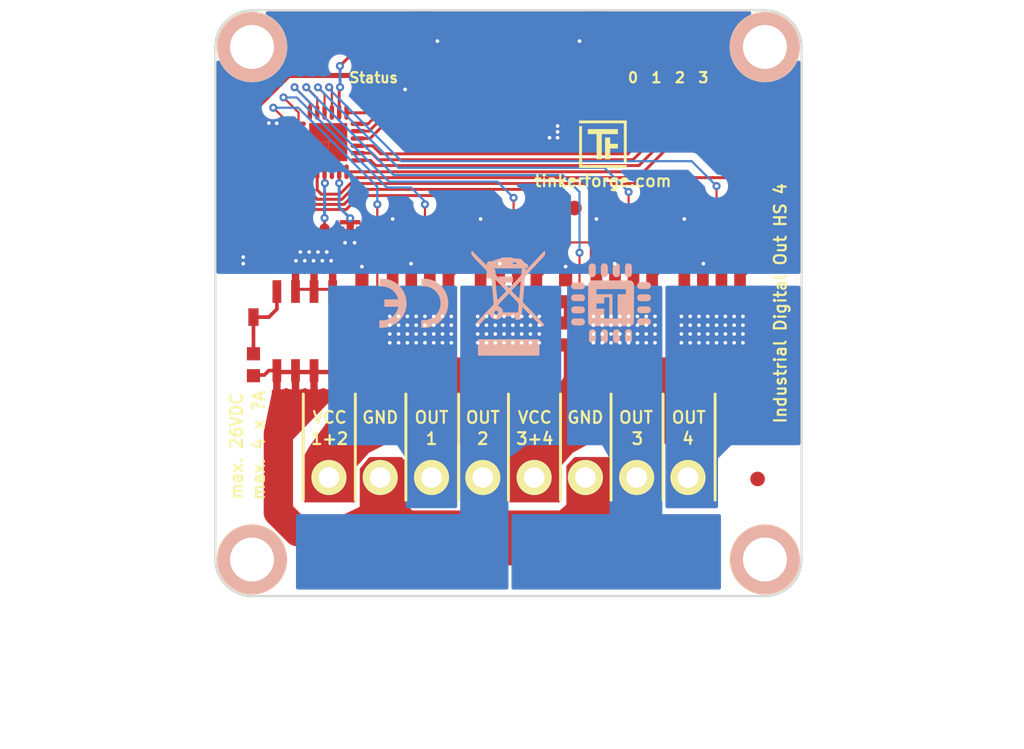
<source format=kicad_pcb>
(kicad_pcb (version 20221018) (generator pcbnew)
  (layers (0 "F.Cu" signal) (31 "B.Cu" signal) (34 "B.Paste" user) (35 "F.Paste" user) (36 "B.SilkS" user "B.Silkscreen") (37 "F.SilkS" user "F.Silkscreen") (38 "B.Mask" user) (39 "F.Mask" user) (44 "Edge.Cuts" user))
  (net 0 "")
  (net 1 "GND")
  (net 2 "3V3")
  (net 3 "Net-(C2-Pad1)")
  (net 4 "Net-(D1-Pad2)")
  (net 5 "Net-(D2-Pad2)")
  (net 6 "Net-(D3-Pad2)")
  (net 7 "Net-(D4-Pad2)")
  (net 8 "Net-(D5-Pad2)")
  (net 9 "Net-(D6-Pad2)")
  (net 10 "Net-(P1-Pad4)")
  (net 11 "Net-(P1-Pad5)")
  (net 12 "Net-(P1-Pad6)")
  (net 13 "Net-(P2-Pad2)")
  (net 14 "Net-(P2-Pad3)")
  (net 15 "Net-(P2-Pad4)")
  (net 16 "Net-(P2-Pad1)")
  (net 17 "Net-(P2-Pad5)")
  (net 18 "Net-(P2-Pad7)")
  (net 19 "Net-(P2-Pad8)")
  (net 20 "Net-(P3-Pad1)")
  (net 21 "Net-(P4-Pad2)")
  (net 22 "Net-(R1-Pad1)")
  (net 23 "Net-(R2-Pad1)")
  (net 24 "Net-(R3-Pad1)")
  (net 25 "Net-(R4-Pad1)")
  (net 26 "Net-(R5-Pad1)")
  (net 27 "VSense1")
  (net 28 "Net-(RP1-Pad7)")
  (net 29 "S-MISO")
  (net 30 "S-MOSI")
  (net 31 "S-CLK")
  (net 32 "S-CS")
  (net 33 "LED0")
  (net 34 "LED1")
  (net 35 "LED2")
  (net 36 "LED3")
  (net 37 "Net-(RP4-Pad7)")
  (net 38 "MSense3")
  (net 39 "OUT3")
  (net 40 "OUT2")
  (net 41 "MSense2")
  (net 42 "Net-(RP5-Pad7)")
  (net 43 "Net-(RP6-Pad7)")
  (net 44 "MSense1")
  (net 45 "OUT1")
  (net 46 "Net-(RP6-Pad5)")
  (net 47 "Net-(RP1-Pad5)")
  (net 48 "Net-(RP4-Pad5)")
  (net 49 "Net-(RP5-Pad5)")
  (net 50 "Net-(P1-Pad1)")
  (net 51 "VSense0")
  (net 52 "Net-(RP1-Pad3)")
  (net 53 "Net-(RP1-Pad6)")
  (net 54 "Net-(RP4-Pad6)")
  (net 55 "Net-(RP4-Pad3)")
  (net 56 "Net-(RP5-Pad3)")
  (net 57 "Net-(RP5-Pad6)")
  (net 58 "Net-(RP6-Pad6)")
  (net 59 "OUT0")
  (net 60 "Net-(RP6-Pad3)")
  (net 61 "MSense0")
  (net 62 "Net-(U1-Pad16)")
  (footprint "kicad-libraries:C0603F" (layer "F.Cu") (at 139.85 81.15)
    (fp_text reference "C1")
    (fp_text value "100nF")
  )
  (footprint "kicad-libraries:C0402F" (layer "F.Cu") (at 132.1 78.4 180)
    (fp_text reference "C2")
    (fp_text value "220pF")
  )
  (footprint "kicad-libraries:C0603F" (layer "F.Cu") (at 121.9 82.15 90)
    (fp_text reference "C4")
    (fp_text value "100nF")
  )
  (footprint "kicad-libraries:D0603F" (layer "F.Cu") (at 129.5 75.5 90)
    (fp_text reference "D1")
    (fp_text value "blue")
  )
  (footprint "kicad-libraries:D0603F" (layer "F.Cu") (at 148.1 75.5 -90)
    (fp_text reference "D3")
    (fp_text value "blue")
  )
  (footprint "kicad-libraries:D0603F" (layer "F.Cu") (at 149.7 75.5 -90)
    (fp_text reference "D4")
    (fp_text value "blue")
  )
  (footprint "kicad-libraries:SOD-123" (layer "F.Cu") (at 120.6 92.1 -90)
    (fp_text reference "D6")
    (fp_text value "Z12V")
  )
  (footprint "kicad-libraries:CON-SENSOR2" (layer "F.Cu") (at 138 73 180)
    (fp_text reference "P1")
    (fp_text value "CON-SENSOR")
  )
  (footprint "kicad-libraries:DEBUG_PAD" (layer "F.Cu") (at 125.45 87.9)
    (fp_text reference "P3")
    (fp_text value "Debug")
  )
  (footprint "kicad-libraries:SolderJumper" (layer "F.Cu") (at 127.2 88.020001 90)
    (fp_text reference "P4")
    (fp_text value "Boot")
  )
  (footprint "kicad-libraries:R0603F" (layer "F.Cu") (at 150 88.85 90)
    (fp_text reference "R1")
    (fp_text value "1k")
  )
  (footprint "kicad-libraries:R0603F" (layer "F.Cu") (at 144 88.85 90)
    (fp_text reference "R2")
    (fp_text value "1k")
  )
  (footprint "kicad-libraries:R0603F" (layer "F.Cu") (at 136.1 88.85 90)
    (fp_text reference "R3")
    (fp_text value "1k")
  )
  (footprint "kicad-libraries:R0603F" (layer "F.Cu") (at 130.1 88.85 90)
    (fp_text reference "R4")
    (fp_text value "1k")
  )
  (footprint "kicad-libraries:R0603F" (layer "F.Cu") (at 128.1 75.5 90)
    (fp_text reference "R5")
    (fp_text value "1k")
  )
  (footprint "kicad-libraries:R0603F" (layer "F.Cu") (at 141.9 95.1 90)
    (fp_text reference "R6")
    (fp_text value "10k")
  )
  (footprint "kicad-libraries:R0603F" (layer "F.Cu") (at 141.9 92.15 90)
    (fp_text reference "R7")
    (fp_text value "1k")
  )
  (footprint "kicad-libraries:R0603F" (layer "F.Cu") (at 128 95.1 90)
    (fp_text reference "R8")
    (fp_text value "10k")
  )
  (footprint "kicad-libraries:R0603F" (layer "F.Cu") (at 128 92.15 90)
    (fp_text reference "R9")
    (fp_text value "1k")
  )
  (footprint "kicad-libraries:R0603F" (layer "F.Cu") (at 120.6 97.2 90)
    (fp_text reference "R10")
    (fp_text value "100k")
  )
  (footprint "kicad-libraries:4X0603" (layer "F.Cu") (at 153.4 88.75)
    (fp_text reference "RP1")
    (fp_text value "10k")
  )
  (footprint "kicad-libraries:4X0402" (layer "F.Cu") (at 132.1 80.1 90)
    (fp_text reference "RP2")
    (fp_text value "82")
  )
  (footprint "kicad-libraries:4X0603" (layer "F.Cu") (at 147.4 88.75)
    (fp_text reference "RP4")
    (fp_text value "10k")
  )
  (footprint "kicad-libraries:4X0603" (layer "F.Cu") (at 139.55 88.75)
    (fp_text reference "RP5")
    (fp_text value "10k")
  )
  (footprint "kicad-libraries:4X0603" (layer "F.Cu") (at 133.5 88.75)
    (fp_text reference "RP6")
    (fp_text value "10k")
  )
  (footprint "kicad-libraries:QFN24-4x4mm-0.5mm" (layer "F.Cu") (at 125.7 82 -90)
    (fp_text reference "U1")
    (fp_text value "XMC1100")
  )
  (footprint "kicad-libraries:DRILL_NP" (layer "F.Cu") (at 155.5 75.5)
    (fp_text reference "U6" hide)
    (fp_text value "DRILL" hide)
  )
  (footprint "kicad-libraries:DRILL_NP" (layer "F.Cu") (at 155.5 110.5)
    (fp_text reference "U7" hide)
    (fp_text value "DRILL" hide)
  )
  (footprint "kicad-libraries:DRILL_NP" (layer "F.Cu") (at 120.5 110.5)
    (fp_text reference "U9" hide)
    (fp_text value "DRILL" hide)
  )
  (footprint "kicad-libraries:SOIC-8-MOSFET" (layer "F.Cu") (at 124.1 94.9 180)
    (fp_text reference "Q1")
    (fp_text value "FDS8449")
  )
  (footprint "kicad-libraries:SO-8" (layer "F.Cu") (at 138 94.9 180)
    (fp_text reference "U4")
    (fp_text value "VN7140AS")
  )
  (footprint "kicad-libraries:SO-8" (layer "F.Cu") (at 151.9 94.9 180)
    (fp_text reference "U2")
    (fp_text value "VN7140AS")
  )
  (footprint "kicad-libraries:SO-8" (layer "F.Cu") (at 145.9 94.9 180)
    (fp_text reference "U3")
    (fp_text value "VN7140AS")
  )
  (footprint "kicad-libraries:0603X4" (layer "F.Cu") (at 148.9 79.7 180)
    (fp_text reference "RP3")
    (fp_text value "1k")
  )
  (footprint "kicad-libraries:C0805" (layer "F.Cu") (at 139.9 79.55)
    (fp_text reference "C3")
    (fp_text value "10uF")
  )
  (footprint "kicad-libraries:SO-8" (layer "F.Cu") (at 132 94.9 180)
    (fp_text reference "U5")
    (fp_text value "VN7140AS")
  )
  (footprint "kicad-libraries:OQ_8P" (layer "F.Cu") (at 138 104.9)
    (fp_text reference "P2")
    (fp_text value "Digital Output")
  )
  (footprint "kicad-libraries:D0603F" (layer "F.Cu") (at 146.5 75.5 -90)
    (fp_text reference "D2")
    (fp_text value "blue")
  )
  (footprint "kicad-libraries:D0603F" (layer "F.Cu") (at 151.3 75.5 -90)
    (fp_text reference "D5")
    (fp_text value "blue")
  )
  (footprint "kicad-libraries:Logo_31x31" (layer "F.Cu") (at 144.45 82.15)
    (fp_text reference "G***" hide)
    (fp_text value "LOGO" hide)
  )
  (footprint "kicad-libraries:DRILL_NP" (layer "F.Cu") (at 120.5 75.5)
    (fp_text reference "U8" hide)
    (fp_text value "DRILL" hide)
  )
  (footprint "kicad-libraries:Fiducial_Mark" (layer "F.Cu") (at 155 81)
    (fp_text reference "Fiducial_Mark" hide)
    (fp_text value "VAL**" hide)
  )
  (footprint "kicad-libraries:Fiducial_Mark" (layer "F.Cu") (at 120 87)
    (fp_text reference "Fiducial_Mark" hide)
    (fp_text value "VAL**" hide)
  )
  (footprint "kicad-libraries:Fiducial_Mark" (layer "F.Cu") (at 155 105)
    (fp_text reference "Fiducial_Mark" hide)
    (fp_text value "VAL**" hide)
  )
  (footprint "kicad-libraries:Fiducial_Mark" (layer "F.Cu") (at 142.5 86.5)
    (fp_text reference "Fiducial_Mark" hide)
    (fp_text value "VAL**" hide)
  )
  (footprint "kicad-libraries:Fiducial_Mark" (layer "F.Cu") (at 125.5 111)
    (fp_text reference "Fiducial_Mark" hide)
    (fp_text value "VAL**" hide)
  )
  (footprint "kicad-libraries:WEEE_7mm" (layer "B.Cu") (at 138 93 180)
    (fp_text reference "VAL" hide)
    (fp_text value "WEEE_7mm" hide)
  )
  (footprint "kicad-libraries:Logo_CoMCU" (layer "B.Cu") (at 145 93 180)
    (fp_text reference "G***" hide)
    (fp_text value "LOGO" hide)
  )
  (footprint "kicad-libraries:CE_5mm" (layer "B.Cu") (at 131.5 93 180)
    (fp_text reference "VAL" hide)
    (fp_text value "CE_5mm" hide)
  )
  (gr_line (start 138 106.45) (end 138 99.2) (stroke (width 0.2)) (layer "F.SilkS"))
  (gr_line (start 134.6 106.45) (end 134.6 99.2) (stroke (width 0.2)) (layer "F.SilkS"))
  (gr_line (start 127.55 106.45) (end 127.55 99.2) (stroke (width 0.2)) (layer "F.SilkS"))
  (gr_line (start 145 106.45) (end 145 99.2) (stroke (width 0.2)) (layer "F.SilkS"))
  (gr_line (start 141.55 106.45) (end 141.55 99.2) (stroke (width 0.2)) (layer "F.SilkS"))
  (gr_line (start 124 106.45) (end 124 99.2) (stroke (width 0.2)) (layer "F.SilkS"))
  (gr_line (start 152.1 106.45) (end 152.1 99.2) (stroke (width 0.2)) (layer "F.SilkS"))
  (gr_line (start 131 106.45) (end 131 99.2) (stroke (width 0.2)) (layer "F.SilkS"))
  (gr_line (start 148.55 106.45) (end 148.55 99.2) (stroke (width 0.2)) (layer "F.SilkS"))
  (gr_arc (start 158 110.5) (mid 157.267767 112.267767) (end 155.5 113) (stroke (width 0.15)) (layer "Edge.Cuts"))
  (gr_line (start 120.5 73) (end 155.5 73) (stroke (width 0.15)) (layer "Edge.Cuts"))
  (gr_line (start 158 75.5) (end 158 110.5) (stroke (width 0.15)) (layer "Edge.Cuts"))
  (gr_line (start 118 110.5) (end 118 75.5) (stroke (width 0.15)) (layer "Edge.Cuts"))
  (gr_line (start 155.5 113) (end 120.5 113) (stroke (width 0.15)) (layer "Edge.Cuts"))
  (gr_arc (start 118 75.5) (mid 118.732233 73.732233) (end 120.5 73) (stroke (width 0.15)) (layer "Edge.Cuts"))
  (gr_arc (start 155.5 73) (mid 157.267767 73.732233) (end 158 75.5) (stroke (width 0.15)) (layer "Edge.Cuts"))
  (gr_arc (start 120.5 113) (mid 118.732233 112.267767) (end 118 110.5) (stroke (width 0.15)) (layer "Edge.Cuts"))
  (gr_text "1" (at 132.75 102.25) (layer "F.SilkS") (effects (font (size 0.8 0.8))))
  (gr_text "Industrial Digital Out HS 4" (at 156.55 93 90) (layer "F.SilkS") (effects (font (size 0.8 0.8))))
  (gr_text "1" (at 148.1 77.6) (layer "F.SilkS") (effects (font (size 0.7 0.7))))
  (gr_text "OUT" (at 132.75 100.8) (layer "F.SilkS") (effects (font (size 0.8 0.8))))
  (gr_text "VCC" (at 139.8 100.8) (layer "F.SilkS") (effects (font (size 0.8 0.8))))
  (gr_text "1+2" (at 125.8 102.25) (layer "F.SilkS") (effects (font (size 0.8 0.8))))
  (gr_text "0" (at 146.5 77.6) (layer "F.SilkS") (effects (font (size 0.7 0.7))))
  (gr_text "OUT" (at 136.25 100.8) (layer "F.SilkS") (effects (font (size 0.8 0.8))))
  (gr_text "max. 26VDC" (at 119.45 102.75 90) (layer "F.SilkS") (effects (font (size 0.8 0.8))))
  (gr_text "3+4" (at 139.8 102.25) (layer "F.SilkS") (effects (font (size 0.8 0.8))))
  (gr_text "4" (at 150.25 102.25) (layer "F.SilkS") (effects (font (size 0.8 0.8))))
  (gr_text "3" (at 151.3 77.6) (layer "F.SilkS") (effects (font (size 0.7 0.7))))
  (gr_text "tinkerforge.com" (at 144.45 84.65) (layer "F.SilkS") (effects (font (size 0.8 0.8))))
  (gr_text "Status" (at 128.8 77.6) (layer "F.SilkS") (effects (font (size 0.7 0.7))))
  (gr_text "3" (at 146.8 102.25) (layer "F.SilkS") (effects (font (size 0.8 0.8))))
  (gr_text "2" (at 136.25 102.25) (layer "F.SilkS") (effects (font (size 0.8 0.8))))
  (gr_text "max. 4 x ?A " (at 120.95 102.4 90) (layer "F.SilkS") (effects (font (size 0.8 0.8))))
  (gr_text "OUT" (at 150.3 100.8) (layer "F.SilkS") (effects (font (size 0.8 0.8))))
  (gr_text "GND" (at 129.25 100.8) (layer "F.SilkS") (effects (font (size 0.8 0.8))))
  (gr_text "OUT" (at 146.7 100.8) (layer "F.SilkS") (effects (font (size 0.8 0.8))))
  (gr_text "VCC\n" (at 125.8 100.8) (layer "F.SilkS") (effects (font (size 0.8 0.8))))
  (gr_text "GND" (at 143.25 100.8) (layer "F.SilkS") (effects (font (size 0.8 0.8))))
  (gr_text "2" (at 149.7 77.6) (layer "F.SilkS") (effects (font (size 0.7 0.7))))
  (segment (start 126.804998 88.67) (end 126.804998 88.67) (width 0.15) (layer "F.Cu") (net 1))
  (segment (start 137.36754 92.03234) (end 137.36754 90.332466) (width 0.5) (layer "F.Cu") (net 1))
  (segment (start 125.05 81.4) (end 126.35 81.4) (width 0.25) (layer "F.Cu") (net 1))
  (segment (start 127.7 88.27) (end 127.774999 88.344999) (width 0.15) (layer "F.Cu") (net 1))
  (segment (start 120.3 90) (end 120.05 90) (width 0.3) (layer "F.Cu") (net 1))
  (segment (start 140.95 79.65) (end 140.95 81.2) (width 0.5) (layer "F.Cu") (net 1))
  (segment (start 127.495002 88.67) (end 127.495002 88.67) (width 0.15) (layer "F.Cu") (net 1))
  (segment (start 140.5 77.8) (end 140.6 77.9) (width 0.5) (layer "F.Cu") (net 1))
  (segment (start 120.5 90.10088) (end 120.30088 90.3) (width 0.3) (layer "F.Cu") (net 1))
  (segment (start 126.6 88.345) (end 126.575001 88.369999) (width 0.15) (layer "F.Cu") (net 1))
  (segment (start 127.499994 88.87) (end 127.5 88.869994) (width 0.15) (layer "F.Cu") (net 1))
  (segment (start 140.95 79.45) (end 140.95 79.65) (width 0.5) (layer "F.Cu") (net 1))
  (segment (start 126.575001 88.595001) (end 126.85 88.87) (width 0.15) (layer "F.Cu") (net 1))
  (segment (start 120.05 90) (end 119.9 89.85) (width 0.3) (layer "F.Cu") (net 1))
  (segment (start 122.3 81.75) (end 123.7 81.75) (width 0.25) (layer "F.Cu") (net 1))
  (segment (start 132.1 74.2) (end 132.1 74.65) (width 0.2) (layer "F.Cu") (net 1))
  (segment (start 126.35 81.4) (end 126.35 82.7) (width 0.25) (layer "F.Cu") (net 1))
  (segment (start 140.5 79) (end 140.95 79.45) (width 0.5) (layer "F.Cu") (net 1))
  (segment (start 124.7 81.75) (end 125.05 81.4) (width 0.25) (layer "F.Cu") (net 1))
  (segment (start 127.670001 88.445002) (end 127.75 88.365003) (width 0.15) (layer "F.Cu") (net 1))
  (segment (start 144 88.1) (end 144 87.25) (width 0.3) (layer "F.Cu") (net 1))
  (segment (start 126.729999 88.445002) (end 127.670001 88.445002) (width 0.15) (layer "F.Cu") (net 1))
  (segment (start 120.30088 90.3) (end 120.288908 90.3) (width 0.3) (layer "F.Cu") (net 1))
  (segment (start 140.95 81.2) (end 140.9 81.25) (width 0.5) (layer "F.Cu") (net 1))
  (segment (start 140.8 81.261073) (end 140.8 81.649981) (width 0.3) (layer "F.Cu") (net 1))
  (segment (start 150 88.1) (end 150 87.25) (width 0.3) (layer "F.Cu") (net 1))
  (segment (start 140.55 77.65) (end 140.6 77.7) (width 0.5) (layer "F.Cu") (net 1))
  (segment (start 121.9 81.4) (end 121.65 81.15) (width 0.25) (layer "F.Cu") (net 1))
  (segment (start 121.9 80.95) (end 121.95 80.95) (width 0.25) (layer "F.Cu") (net 1))
  (segment (start 130.1 88.1) (end 130.1 87.25) (width 0.3) (layer "F.Cu") (net 1))
  (segment (start 120.40088 90.10088) (end 120.3 90) (width 0.3) (layer "F.Cu") (net 1))
  (segment (start 145.26754 90.31754) (end 145.25 90.3) (width 0.5) (layer "F.Cu") (net 1))
  (segment (start 151.26754 90.332462) (end 151.300002 90.3) (width 0.5) (layer "F.Cu") (net 1))
  (segment (start 127.774999 88.344999) (end 127.774999 88.594995) (width 0.15) (layer "F.Cu") (net 1))
  (segment (start 120.5 90.10088) (end 120.40088 90.10088) (width 0.3) (layer "F.Cu") (net 1))
  (segment (start 126.575001 88.369999) (end 126.575001 88.595001) (width 0.15) (layer "F.Cu") (net 1))
  (segment (start 126.3 82.65) (end 125.05 82.65) (width 0.25) (layer "F.Cu") (net 1))
  (segment (start 143.9 74.95) (end 143.75 75.1) (width 0.2) (layer "F.Cu") (net 1))
  (segment (start 131.36754 92.03234) (end 131.36754 90.31755) (width 0.5) (layer "F.Cu") (net 1))
  (segment (start 126.65 88.365003) (end 126.729999 88.445002) (width 0.15) (layer "F.Cu") (net 1))
  (segment (start 123.675 81.75) (end 124.7 81.75) (width 0.25) (layer "F.Cu") (net 1))
  (segment (start 121.95 81.4) (end 122.3 81.75) (width 0.25) (layer "F.Cu") (net 1))
  (segment (start 140.688927 81.15) (end 140.8 81.261073) (width 0.3) (layer "F.Cu") (net 1))
  (segment (start 151.26754 92.03234) (end 151.26754 90.332462) (width 0.5) (layer "F.Cu") (net 1))
  (segment (start 140.5 77.6) (end 140.5 79) (width 0.5) (layer "F.Cu") (net 1))
  (segment (start 145.26754 92.03234) (end 145.26754 90.31754) (width 0.5) (layer "F.Cu") (net 1))
  (segment (start 126.35 82.7) (end 126.3 82.65) (width 0.25) (layer "F.Cu") (net 1))
  (segment (start 121.95 80.95) (end 122.05 80.85) (width 0.25) (layer "F.Cu") (net 1))
  (segment (start 131.36754 90.31755) (end 131.34999 90.3) (width 0.5) (layer "F.Cu") (net 1))
  (segment (start 127.774999 88.594995) (end 127.5 88.869994) (width 0.15) (layer "F.Cu") (net 1))
  (segment (start 121.65 81.15) (end 121.65 81.088908) (width 0.25) (layer "F.Cu") (net 1))
  (segment (start 126.85 88.87) (end 127.499994 88.87) (width 0.15) (layer "F.Cu") (net 1))
  (segment (start 128 91.4) (end 128 90.55) (width 0.25) (layer "F.Cu") (net 1))
  (segment (start 132.55 75.1) (end 133.15 75.1) (width 0.2) (layer "F.Cu") (net 1))
  (segment (start 131.6 78.4) (end 130.95 78.4) (width 0.25) (layer "F.Cu") (net 1))
  (segment (start 121.65 81.088908) (end 121.65 80.7) (width 0.25) (layer "F.Cu") (net 1))
  (segment (start 122.05 80.85) (end 122.186084 80.713916) (width 0.25) (layer "F.Cu") (net 1))
  (segment (start 121.9 81.4) (end 121.95 81.4) (width 0.25) (layer "F.Cu") (net 1))
  (segment (start 120.288908 90.3) (end 119.9 90.3) (width 0.3) (layer "F.Cu") (net 1))
  (segment (start 143.9 74.2) (end 143.9 74.95) (width 0.2) (layer "F.Cu") (net 1))
  (segment (start 136.1 88.1) (end 136.1 87.25) (width 0.3) (layer "F.Cu") (net 1))
  (segment (start 132.1 74.65) (end 132.55 75.1) (width 0.2) (layer "F.Cu") (net 1))
  (segment (start 143.75 75.1) (end 142.85 75.1) (width 0.2) (layer "F.Cu") (net 1))
  (segment (start 140.5 77.6) (end 140.5 77.8) (width 0.5) (layer "F.Cu") (net 1))
  (segment (start 140.6 81.15) (end 140.688927 81.15) (width 0.3) (layer "F.Cu") (net 1))
  (segment (start 127.75 88.365003) (end 127.75 88.02) (width 0.15) (layer "F.Cu") (net 1))
  (segment (start 126.65 88.245001) (end 126.65 88.365003) (width 0.15) (layer "F.Cu") (net 1))
  (segment (start 141.9 91.4) (end 141.9 90.5) (width 0.25) (layer "F.Cu") (net 1))
  (segment (start 137.36754 90.332466) (end 137.4 90.300006) (width 0.5) (layer "F.Cu") (net 1))
  (via (at 125 89.5) (size 0.55) (drill 0.25) (layers "F.Cu" "B.Cu") (net 1))
  (via (at 124.4 89.5) (size 0.55) (drill 0.25) (layers "F.Cu" "B.Cu") (net 1))
  (via (at 141.35 81.70099) (size 0.55) (drill 0.25) (layers "F.Cu" "B.Cu") (net 1))
  (via (at 141.35 81.3) (size 0.55) (drill 0.25) (layers "F.Cu" "B.Cu") (net 1))
  (via (at 133.15 75.1) (size 0.55) (drill 0.25) (layers "F.Cu" "B.Cu") (net 1))
  (via (at 122.186084 80.713916) (size 0.55) (drill 0.25) (layers "F.Cu" "B.Cu") (net 1))
  (via (at 125.3 90.1) (size 0.55) (drill 0.25) (layers "F.Cu" "B.Cu") (net 1))
  (via (at 141.9 90.5) (size 0.55) (drill 0.25) (layers "F.Cu" "B.Cu") (net 1))
  (via (at 125.9 90.1) (size 0.55) (drill 0.25) (layers "F.Cu" "B.Cu") (net 1))
  (via (at 123.8 89.5) (size 0.55) (drill 0.25) (layers "F.Cu" "B.Cu") (net 1))
  (via (at 121.65 80.7) (size 0.55) (drill 0.25) (layers "F.Cu" "B.Cu") (net 1))
  (via (at 151.300002 90.3) (size 0.55) (drill 0.25) (layers "F.Cu" "B.Cu") (net 1))
  (via (at 131.34999 90.3) (size 0.55) (drill 0.25) (layers "F.Cu" "B.Cu") (net 1))
  (via (at 142.85 75.1) (size 0.55) (drill 0.25) (layers "F.Cu" "B.Cu") (net 1))
  (via (at 127.5 88.869994) (size 0.55) (drill 0.25) (layers "F.Cu" "B.Cu") (net 1))
  (via (at 130.95 78.4) (size 0.55) (drill 0.25) (layers "F.Cu" "B.Cu") (net 1))
  (via (at 119.9 90.3) (size 0.55) (drill 0.25) (layers "F.Cu" "B.Cu") (net 1))
  (via (at 140.8 81.70099) (size 0.55) (drill 0.25) (layers "F.Cu" "B.Cu") (net 1))
  (via (at 119.9 89.85) (size 0.55) (drill 0.25) (layers "F.Cu" "B.Cu") (net 1))
  (via (at 136.1 87.25) (size 0.55) (drill 0.25) (layers "F.Cu" "B.Cu") (net 1))
  (via (at 145.25 90.3) (size 0.55) (drill 0.25) (layers "F.Cu" "B.Cu") (net 1))
  (via (at 125.6 89.5) (size 0.55) (drill 0.25) (layers "F.Cu" "B.Cu") (net 1))
  (via (at 137.4 90.300006) (size 0.55) (drill 0.25) (layers "F.Cu" "B.Cu") (net 1))
  (via (at 128 90.5) (size 0.55) (drill 0.25) (layers "F.Cu" "B.Cu") (net 1))
  (via (at 141.35 80.9) (size 0.55) (drill 0.25) (layers "F.Cu" "B.Cu") (net 1))
  (via (at 144 87.25) (size 0.55) (drill 0.25) (layers "F.Cu" "B.Cu") (net 1))
  (via (at 124.7 90.1) (size 0.55) (drill 0.25) (layers "F.Cu" "B.Cu") (net 1))
  (via (at 126.85 88.87) (size 0.55) (drill 0.25) (layers "F.Cu" "B.Cu") (net 1))
  (via (at 130.1 87.25) (size 0.55) (drill 0.25) (layers "F.Cu" "B.Cu") (net 1))
  (via (at 124.1 90.1) (size 0.55) (drill 0.25) (layers "F.Cu" "B.Cu") (net 1))
  (via (at 150 87.25) (size 0.55) (drill 0.25) (layers "F.Cu" "B.Cu") (net 1))
  (via (at 123.5 90.1) (size 0.55) (drill 0.25) (layers "F.Cu" "B.Cu") (net 1))
  (segment (start 145.05 79.65) (end 145.05 77.4) (width 0.35) (layer "F.Cu") (net 2))
  (segment (start 129.5 76.25) (end 129.5 77.05) (width 0.35) (layer "F.Cu") (net 2))
  (segment (start 145.05 77.45) (end 143.65 76.05) (width 0.35) (layer "F.Cu") (net 2))
  (segment (start 139.25 79) (end 138.85 79.4) (width 0.5) (layer "F.Cu") (net 2))
  (segment (start 129.7 76.05) (end 129.5 76.25) (width 0.3) (layer "F.Cu") (net 2))
  (segment (start 143.65 76.05) (end 129.7 76.05) (width 0.35) (layer "F.Cu") (net 2))
  (segment (start 153 88.5) (end 153 87.9) (width 0.25) (layer "F.Cu") (net 2))
  (segment (start 139.5 88.85) (end 139.15 88.5) (width 0.15) (layer "F.Cu") (net 2))
  (segment (start 145.05 75.45) (end 145.75 74.75) (width 0.3) (layer "F.Cu") (net 2))
  (segment (start 139.25 77.6) (end 139.25 79) (width 0.5) (layer "F.Cu") (net 2))
  (segment (start 145.75 74.75) (end 146.5 74.75) (width 0.3) (layer "F.Cu") (net 2))
  (segment (start 139.1 81.9) (end 139.5 82.3) (width 0.35) (layer "F.Cu") (net 2))
  (segment (start 122.55 82.25) (end 123.7 82.25) (width 0.25) (layer "F.Cu") (net 2))
  (segment (start 139.5 82.3) (end 142.4 82.3) (width 0.35) (layer "F.Cu") (net 2))
  (segment (start 153.00122 88.44868) (end 152.5999 88.85) (width 0.15) (layer "F.Cu") (net 2))
  (segment (start 153.25 88.75) (end 153 88.5) (width 0.25) (layer "F.Cu") (net 2))
  (segment (start 139.15122 87.8991) (end 139.15122 88.49878) (width 0.15) (layer "F.Cu") (net 2))
  (segment (start 139.15 88.5) (end 138.8 88.85) (width 0.15) (layer "F.Cu") (net 2))
  (segment (start 147.35 88.85) (end 147 88.5) (width 0.15) (layer "F.Cu") (net 2))
  (segment (start 120.6 79.85) (end 120.6 82.4) (width 0.35) (layer "F.Cu") (net 2))
  (segment (start 155.3 88.457352) (end 155.007352 88.75) (width 0.25) (layer "F.Cu") (net 2))
  (segment (start 152.5999 88.85) (end 147.35 88.85) (width 0.15) (layer "F.Cu") (net 2))
  (segment (start 121.1 82.9) (end 121.9 82.9) (width 0.35) (layer "F.Cu") (net 2))
  (segment (start 139.1 79.65) (end 139.1 81.25) (width 0.5) (layer "F.Cu") (net 2))
  (segment (start 152.8 75.6) (end 152.8 83.648946) (width 0.25) (layer "F.Cu") (net 2))
  (segment (start 147.00122 87.8991) (end 147.00122 88.49878) (width 0.15) (layer "F.Cu") (net 2))
  (segment (start 151.95 74.75) (end 152.8 75.6) (width 0.25) (layer "F.Cu") (net 2))
  (segment (start 145.05 77.85) (end 145.05 75.45) (width 0.3) (layer "F.Cu") (net 2))
  (segment (start 147 88.5) (end 146.65 88.85) (width 0.15) (layer "F.Cu") (net 2))
  (segment (start 133.4 88.85) (end 133.1 88.55) (width 0.15) (layer "F.Cu") (net 2))
  (segment (start 153.00122 87.8991) (end 153.00122 88.44868) (width 0.15) (layer "F.Cu") (net 2))
  (segment (start 155.3 86.148946) (end 155.3 88.457352) (width 0.25) (layer "F.Cu") (net 2))
  (segment (start 138.85 79.4) (end 139.1 79.65) (width 0.5) (layer "F.Cu") (net 2))
  (segment (start 121.9 82.9) (end 122.55 82.25) (width 0.25) (layer "F.Cu") (net 2))
  (segment (start 122.999999 77.450001) (end 120.6 79.85) (width 0.35) (layer "F.Cu") (net 2))
  (segment (start 138.8 88.85) (end 133.4 88.85) (width 0.15) (layer "F.Cu") (net 2))
  (segment (start 151.3 74.75) (end 151.95 74.75) (width 0.25) (layer "F.Cu") (net 2))
  (segment (start 155.007352 88.75) (end 153.25 88.75) (width 0.25) (layer "F.Cu") (net 2))
  (segment (start 146.5 74.75) (end 151.3 74.75) (width 0.3) (layer "F.Cu") (net 2))
  (segment (start 129.5 77.05) (end 129.099999 77.450001) (width 0.35) (layer "F.Cu") (net 2))
  (segment (start 152.8 83.648946) (end 155.3 86.148946) (width 0.25) (layer "F.Cu") (net 2))
  (segment (start 139.15122 88.49878) (end 139.15 88.5) (width 0.15) (layer "F.Cu") (net 2))
  (segment (start 120.6 82.4) (end 121.1 82.9) (width 0.35) (layer "F.Cu") (net 2))
  (segment (start 146.65 88.85) (end 139.5 88.85) (width 0.15) (layer "F.Cu") (net 2))
  (segment (start 139.1 81.15) (end 139.1 81.9) (width 0.35) (layer "F.Cu") (net 2))
  (segment (start 142.4 82.3) (end 145.05 79.65) (width 0.35) (layer "F.Cu") (net 2))
  (segment (start 133.1 88.55) (end 133.1 87.85) (width 0.15) (layer "F.Cu") (net 2))
  (segment (start 129.099999 77.450001) (end 122.999999 77.450001) (width 0.35) (layer "F.Cu") (net 2))
  (segment (start 132.6 78.95) (end 132.6 79.3) (width 0.2) (layer "F.Cu") (net 3))
  (segment (start 134.25 77.6) (end 134.25 78.65) (width 0.2) (layer "F.Cu") (net 3))
  (segment (start 134.25 78.65) (end 133.55 79.35) (width 0.2) (layer "F.Cu") (net 3))
  (segment (start 133.55 79.35) (end 132.7 79.35) (width 0.2) (layer "F.Cu") (net 3))
  (segment (start 132.6 78.4) (end 132.6 78.95) (width 0.2) (layer "F.Cu") (net 3))
  (segment (start 129.5 74.75) (end 128.15 74.75) (width 0.25) (layer "F.Cu") (net 4))
  (segment (start 147.27633 78.8491) (end 146.5 78.07277) (width 0.2) (layer "F.Cu") (net 5))
  (segment (start 146.5 78.07277) (end 146.5 76.15) (width 0.2) (layer "F.Cu") (net 5))
  (segment (start 147.70112 78.8491) (end 147.27633 78.8491) (width 0.2) (layer "F.Cu") (net 5))
  (segment (start 148.50122 78.8491) (end 148.5 78.84788) (width 0.2) (layer "F.Cu") (net 6))
  (segment (start 148.5 78.84788) (end 148.5 77.65) (width 0.2) (layer "F.Cu") (net 6))
  (segment (start 148.5 77.65) (end 148.1 77.25) (width 0.2) (layer "F.Cu") (net 6))
  (segment (start 148.1 77.25) (end 148.1 76.15) (width 0.2) (layer "F.Cu") (net 6))
  (segment (start 149.7 77.25) (end 149.7 76.15) (width 0.2) (layer "F.Cu") (net 7))
  (segment (start 149.29878 78.8491) (end 149.29878 77.65122) (width 0.2) (layer "F.Cu") (net 7))
  (segment (start 149.29878 77.65122) (end 149.7 77.25) (width 0.2) (layer "F.Cu") (net 7))
  (segment (start 150.55 78.85) (end 150.1 78.85) (width 0.2) (layer "F.Cu") (net 8))
  (segment (start 151.3 78.1) (end 150.55 78.85) (width 0.2) (layer "F.Cu") (net 8))
  (segment (start 151.3 76.25) (end 151.3 78.1) (width 0.2) (layer "F.Cu") (net 8))
  (segment (start 120.6 95.75) (end 120.6 93.9) (width 0.25) (layer "F.Cu") (net 9))
  (segment (start 122.2 93.4) (end 122.2 92.1) (width 0.25) (layer "F.Cu") (net 9))
  (segment (start 121.65088 93.94912) (end 122.2 93.4) (width 0.25) (layer "F.Cu") (net 9))
  (segment (start 120.6 96.45) (end 120.6 95.75) (width 0.25) (layer "F.Cu") (net 9))
  (segment (start 120.6 93.94912) (end 121.65088 93.94912) (width 0.25) (layer "F.Cu") (net 9))
  (segment (start 135.8 80.85) (end 132.65 80.85) (width 0.2) (layer "F.Cu") (net 10))
  (segment (start 138 77.6) (end 138 78.65) (width 0.2) (layer "F.Cu") (net 10))
  (segment (start 138 78.65) (end 135.8 80.85) (width 0.2) (layer "F.Cu") (net 10))
  (segment (start 135.05 80.35) (end 132.65 80.35) (width 0.2) (layer "F.Cu") (net 11))
  (segment (start 136.75 78.65) (end 135.05 80.35) (width 0.2) (layer "F.Cu") (net 11))
  (segment (start 136.75 77.6) (end 136.75 78.65) (width 0.2) (layer "F.Cu") (net 11))
  (segment (start 135.5 77.6) (end 135.5 78.7) (width 0.2) (layer "F.Cu") (net 12))
  (segment (start 135.5 78.7) (end 134.35 79.85) (width 0.2) (layer "F.Cu") (net 12))
  (segment (start 134.35 79.85) (end 132.45 79.85) (width 0.2) (layer "F.Cu") (net 12))
  (segment (start 129.2 105.1) (end 129.2 107.6) (width 2) (layer "F.Cu") (net 13))
  (segment (start 143.25018 104.9) (end 143.25018 107.44982) (width 2) (layer "F.Cu") (net 13))
  (segment (start 129.2497 105.0503) (end 129.2 105.1) (width 2) (layer "F.Cu") (net 13))
  (segment (start 143.25018 107.44982) (end 142.1 108.6) (width 2) (layer "F.Cu") (net 13))
  (segment (start 129.2497 104.9) (end 129.2497 105.0503) (width 2) (layer "F.Cu") (net 13))
  (segment (start 121.3453 97.9) (end 120.6 97.9) (width 0.25) (layer "F.Cu") (net 13))
  (segment (start 123.630567 108.6) (end 122.3 107.269433) (width 2) (layer "F.Cu") (net 13))
  (segment (start 129.025 107.225) (end 127.65 108.6) (width 2) (layer "F.Cu") (net 13))
  (segment (start 121.64782 97.59748) (end 121.3453 97.9) (width 0.25) (layer "F.Cu") (net 13))
  (segment (start 142.1 108.6) (end 130.4 108.6) (width 2) (layer "F.Cu") (net 13))
  (segment (start 122.3 107.269433) (end 122.3 101.9) (width 2) (layer "F.Cu") (net 13))
  (segment (start 122.19754 97.59748) (end 121.64782 97.59748) (width 0.25) (layer "F.Cu") (net 13))
  (segment (start 130.4 108.6) (end 129.025 107.225) (width 2) (layer "F.Cu") (net 13))
  (segment (start 127.65 108.6) (end 123.630567 108.6) (width 2) (layer "F.Cu") (net 13))
  (via (at 130.5 93.9) (size 0.55) (drill 0.25) (layers "F.Cu" "B.Cu") (net 14))
  (via (at 129.9 95.1) (size 0.55) (drill 0.25) (layers "F.Cu" "B.Cu") (net 14))
  (via (at 129.9 95.7) (size 0.55) (drill 0.25) (layers "F.Cu" "B.Cu") (net 14))
  (via (at 130.5 95.1) (size 0.55) (drill 0.25) (layers "F.Cu" "B.Cu") (net 14))
  (via (at 132.3 94.5) (size 0.55) (drill 0.25) (layers "F.Cu" "B.Cu") (net 14))
  (via (at 131.7 95.1) (size 0.55) (drill 0.25) (layers "F.Cu" "B.Cu") (net 14))
  (via (at 129.9 94.5) (size 0.55) (drill 0.25) (layers "F.Cu" "B.Cu") (net 14))
  (via (at 132.9 94.5) (size 0.55) (drill 0.25) (layers "F.Cu" "B.Cu") (net 14))
  (via (at 130.5 95.7) (size 0.55) (drill 0.25) (layers "F.Cu" "B.Cu") (net 14))
  (via (at 132.9 95.7) (size 0.55) (drill 0.25) (layers "F.Cu" "B.Cu") (net 14))
  (via (at 134.1 95.1) (size 0.55) (drill 0.25) (layers "F.Cu" "B.Cu") (net 14))
  (via (at 134.1 94.5) (size 0.55) (drill 0.25) (layers "F.Cu" "B.Cu") (net 14))
  (via (at 133.5 94.5) (size 0.55) (drill 0.25) (layers "F.Cu" "B.Cu") (net 14))
  (via (at 131.1 95.1) (size 0.55) (drill 0.25) (layers "F.Cu" "B.Cu") (net 14))
  (via (at 133.5 95.7) (size 0.55) (drill 0.25) (layers "F.Cu" "B.Cu") (net 14))
  (via (at 133.5 95.1) (size 0.55) (drill 0.25) (layers "F.Cu" "B.Cu") (net 14))
  (via (at 130.5 94.5) (size 0.55) (drill 0.25) (layers "F.Cu" "B.Cu") (net 14))
  (via (at 131.1 93.9) (size 0.55) (drill 0.25) (layers "F.Cu" "B.Cu") (net 14))
  (via (at 133.5 93.9) (size 0.55) (drill 0.25) (layers "F.Cu" "B.Cu") (net 14))
  (via (at 132.3 95.7) (size 0.55) (drill 0.25) (layers "F.Cu" "B.Cu") (net 14))
  (via (at 132.9 95.1) (size 0.55) (drill 0.25) (layers "F.Cu" "B.Cu") (net 14))
  (via (at 131.7 95.7) (size 0.55) (drill 0.25) (layers "F.Cu" "B.Cu") (net 14))
  (via (at 134.1 95.7) (size 0.55) (drill 0.25) (layers "F.Cu" "B.Cu") (net 14))
  (via (at 129.9 93.9) (size 0.55) (drill 0.25) (layers "F.Cu" "B.Cu") (net 14))
  (via (at 132.3 95.1) (size 0.55) (drill 0.25) (layers "F.Cu" "B.Cu") (net 14))
  (via (at 132.9 93.9) (size 0.55) (drill 0.25) (layers "F.Cu" "B.Cu") (net 14))
  (via (at 131.1 94.5) (size 0.55) (drill 0.25) (layers "F.Cu" "B.Cu") (net 14))
  (via (at 131.1 95.7) (size 0.55) (drill 0.25) (layers "F.Cu" "B.Cu") (net 14))
  (via (at 131.7 94.5) (size 0.55) (drill 0.25) (layers "F.Cu" "B.Cu") (net 14))
  (via (at 134.1 93.9) (size 0.55) (drill 0.25) (layers "F.Cu" "B.Cu") (net 14))
  (via (at 131.7 93.9) (size 0.55) (drill 0.25) (layers "F.Cu" "B.Cu") (net 14))
  (via (at 132.3 93.9) (size 0.55) (drill 0.25) (layers "F.Cu" "B.Cu") (net 14))
  (via (at 137.1 95.1) (size 0.55) (drill 0.25) (layers "F.Cu" "B.Cu") (net 15))
  (via (at 138.9 93.9) (size 0.55) (drill 0.25) (layers "F.Cu" "B.Cu") (net 15))
  (via (at 139.5 95.1) (size 0.55) (drill 0.25) (layers "F.Cu" "B.Cu") (net 15))
  (via (at 137.1 95.7) (size 0.55) (drill 0.25) (layers "F.Cu" "B.Cu") (net 15))
  (via (at 138.9 95.1) (size 0.55) (drill 0.25) (layers "F.Cu" "B.Cu") (net 15))
  (via (at 137.7 94.5) (size 0.55) (drill 0.25) (layers "F.Cu" "B.Cu") (net 15))
  (via (at 137.1 93.9) (size 0.55) (drill 0.25) (layers "F.Cu" "B.Cu") (net 15))
  (via (at 138.9 94.5) (size 0.55) (drill 0.25) (layers "F.Cu" "B.Cu") (net 15))
  (via (at 136.5 93.9) (size 0.55) (drill 0.25) (layers "F.Cu" "B.Cu") (net 15))
  (via (at 138.9 95.7) (size 0.55) (drill 0.25) (layers "F.Cu" "B.Cu") (net 15))
  (via (at 137.1 94.5) (size 0.55) (drill 0.25) (layers "F.Cu" "B.Cu") (net 15))
  (via (at 138.3 93.9) (size 0.55) (drill 0.25) (layers "F.Cu" "B.Cu") (net 15))
  (via (at 140.1 94.5) (size 0.55) (drill 0.25) (layers "F.Cu" "B.Cu") (net 15))
  (via (at 135.9 95.1) (size 0.55) (drill 0.25) (layers "F.Cu" "B.Cu") (net 15))
  (via (at 138.3 94.5) (size 0.55) (drill 0.25) (layers "F.Cu" "B.Cu") (net 15))
  (via (at 140.1 95.1) (size 0.55) (drill 0.25) (layers "F.Cu" "B.Cu") (net 15))
  (via (at 137.7 95.7) (size 0.55) (drill 0.25) (layers "F.Cu" "B.Cu") (net 15))
  (via (at 139.5 93.9) (size 0.55) (drill 0.25) (layers "F.Cu" "B.Cu") (net 15))
  (via (at 140.1 93.9) (size 0.55) (drill 0.25) (layers "F.Cu" "B.Cu") (net 15))
  (via (at 136.5 95.7) (size 0.55) (drill 0.25) (layers "F.Cu" "B.Cu") (net 15))
  (via (at 138.3 95.7) (size 0.55) (drill 0.25) (layers "F.Cu" "B.Cu") (net 15))
  (via (at 136.5 95.1) (size 0.55) (drill 0.25) (layers "F.Cu" "B.Cu") (net 15))
  (via (at 139.5 95.7) (size 0.55) (drill 0.25) (layers "F.Cu" "B.Cu") (net 15))
  (via (at 139.5 94.5) (size 0.55) (drill 0.25) (layers "F.Cu" "B.Cu") (net 15))
  (via (at 137.7 93.9) (size 0.55) (drill 0.25) (layers "F.Cu" "B.Cu") (net 15))
  (via (at 140.1 95.7) (size 0.55) (drill 0.25) (layers "F.Cu" "B.Cu") (net 15))
  (via (at 138.3 95.1) (size 0.55) (drill 0.25) (layers "F.Cu" "B.Cu") (net 15))
  (via (at 135.9 94.5) (size 0.55) (drill 0.25) (layers "F.Cu" "B.Cu") (net 15))
  (via (at 137.7 95.1) (size 0.55) (drill 0.25) (layers "F.Cu" "B.Cu") (net 15))
  (via (at 135.9 95.7) (size 0.55) (drill 0.25) (layers "F.Cu" "B.Cu") (net 15))
  (via (at 136.5 94.5) (size 0.55) (drill 0.25) (layers "F.Cu" "B.Cu") (net 15))
  (via (at 135.9 93.9) (size 0.55) (drill 0.25) (layers "F.Cu" "B.Cu") (net 15))
  (segment (start 128 95.85) (end 128 99) (width 0.25) (layer "F.Cu") (net 16))
  (segment (start 141.9 95.85) (end 141.9 99.2) (width 0.25) (layer "F.Cu") (net 17))
  (via (at 145.6 95.7) (size 0.55) (drill 0.25) (layers "F.Cu" "B.Cu") (net 18))
  (via (at 144.4 93.9) (size 0.55) (drill 0.25) (layers "F.Cu" "B.Cu") (net 18))
  (via (at 145 95.7) (size 0.55) (drill 0.25) (layers "F.Cu" "B.Cu") (net 18))
  (via (at 143.8 94.5) (size 0.55) (drill 0.25) (layers "F.Cu" "B.Cu") (net 18))
  (via (at 143.8 95.7) (size 0.55) (drill 0.25) (layers "F.Cu" "B.Cu") (net 18))
  (via (at 146.8 95.1) (size 0.55) (drill 0.25) (layers "F.Cu" "B.Cu") (net 18))
  (via (at 148 95.1) (size 0.55) (drill 0.25) (layers "F.Cu" "B.Cu") (net 18))
  (via (at 146.8 94.5) (size 0.55) (drill 0.25) (layers "F.Cu" "B.Cu") (net 18))
  (via (at 144.4 95.7) (size 0.55) (drill 0.25) (layers "F.Cu" "B.Cu") (net 18))
  (via (at 144.4 94.5) (size 0.55) (drill 0.25) (layers "F.Cu" "B.Cu") (net 18))
  (via (at 148 95.7) (size 0.55) (drill 0.25) (layers "F.Cu" "B.Cu") (net 18))
  (via (at 146.2 94.5) (size 0.55) (drill 0.25) (layers "F.Cu" "B.Cu") (net 18))
  (via (at 145.6 95.1) (size 0.55) (drill 0.25) (layers "F.Cu" "B.Cu") (net 18))
  (via (at 146.8 93.9) (size 0.55) (drill 0.25) (layers "F.Cu" "B.Cu") (net 18))
  (via (at 147.4 93.9) (size 0.55) (drill 0.25) (layers "F.Cu" "B.Cu") (net 18))
  (via (at 146.2 95.7) (size 0.55) (drill 0.25) (layers "F.Cu" "B.Cu") (net 18))
  (via (at 146.2 93.9) (size 0.55) (drill 0.25) (layers "F.Cu" "B.Cu") (net 18))
  (via (at 143.8 95.1) (size 0.55) (drill 0.25) (layers "F.Cu" "B.Cu") (net 18))
  (via (at 145 95.1) (size 0.55) (drill 0.25) (layers "F.Cu" "B.Cu") (net 18))
  (via (at 146.8 95.7) (size 0.55) (drill 0.25) (layers "F.Cu" "B.Cu") (net 18))
  (via (at 147.4 95.1) (size 0.55) (drill 0.25) (layers "F.Cu" "B.Cu") (net 18))
  (via (at 146.2 95.1) (size 0.55) (drill 0.25) (layers "F.Cu" "B.Cu") (net 18))
  (via (at 147.4 94.5) (size 0.55) (drill 0.25) (layers "F.Cu" "B.Cu") (net 18))
  (via (at 145.6 93.9) (size 0.55) (drill 0.25) (layers "F.Cu" "B.Cu") (net 18))
  (via (at 148 94.5) (size 0.55) (drill 0.25) (layers "F.Cu" "B.Cu") (net 18))
  (via (at 145 94.5) (size 0.55) (drill 0.25) (layers "F.Cu" "B.Cu") (net 18))
  (via (at 147.4 95.7) (size 0.55) (drill 0.25) (layers "F.Cu" "B.Cu") (net 18))
  (via (at 148 93.9) (size 0.55) (drill 0.25) (layers "F.Cu" "B.Cu") (net 18))
  (via (at 145.6 94.5) (size 0.55) (drill 0.25) (layers "F.Cu" "B.Cu") (net 18))
  (via (at 145 93.9) (size 0.55) (drill 0.25) (layers "F.Cu" "B.Cu") (net 18))
  (via (at 144.4 95.1) (size 0.55) (drill 0.25) (layers "F.Cu" "B.Cu") (net 18))
  (via (at 143.8 93.9) (size 0.55) (drill 0.25) (layers "F.Cu" "B.Cu") (net 18))
  (via (at 149.8 93.9) (size 0.55) (drill 0.25) (layers "F.Cu" "B.Cu") (net 19))
  (via (at 152.2 94.5) (size 0.55) (drill 0.25) (layers "F.Cu" "B.Cu") (net 19))
  (via (at 152.2 93.9) (size 0.55) (drill 0.25) (layers "F.Cu" "B.Cu") (net 19))
  (via (at 154 94.5) (size 0.55) (drill 0.25) (layers "F.Cu" "B.Cu") (net 19))
  (via (at 151.6 95.1) (size 0.55) (drill 0.25) (layers "F.Cu" "B.Cu") (net 19))
  (via (at 151.6 94.5) (size 0.55) (drill 0.25) (layers "F.Cu" "B.Cu") (net 19))
  (via (at 152.2 95.7) (size 0.55) (drill 0.25) (layers "F.Cu" "B.Cu") (net 19))
  (via (at 153.4 93.9) (size 0.55) (drill 0.25) (layers "F.Cu" "B.Cu") (net 19))
  (via (at 149.8 95.1) (size 0.55) (drill 0.25) (layers "F.Cu" "B.Cu") (net 19))
  (via (at 153.4 95.1) (size 0.55) (drill 0.25) (layers "F.Cu" "B.Cu") (net 19))
  (via (at 151 95.7) (size 0.55) (drill 0.25) (layers "F.Cu" "B.Cu") (net 19))
  (via (at 151 93.9) (size 0.55) (drill 0.25) (layers "F.Cu" "B.Cu") (net 19))
  (via (at 149.8 94.5) (size 0.55) (drill 0.25) (layers "F.Cu" "B.Cu") (net 19))
  (via (at 152.2 95.1) (size 0.55) (drill 0.25) (layers "F.Cu" "B.Cu") (net 19))
  (via (at 152.8 94.5) (size 0.55) (drill 0.25) (layers "F.Cu" "B.Cu") (net 19))
  (via (at 153.4 94.5) (size 0.55) (drill 0.25) (layers "F.Cu" "B.Cu") (net 19))
  (via (at 150.4 95.1) (size 0.55) (drill 0.25) (layers "F.Cu" "B.Cu") (net 19))
  (via (at 154 95.1) (size 0.55) (drill 0.25) (layers "F.Cu" "B.Cu") (net 19))
  (via (at 154 93.9) (size 0.55) (drill 0.25) (layers "F.Cu" "B.Cu") (net 19))
  (via (at 151 94.5) (size 0.55) (drill 0.25) (layers "F.Cu" "B.Cu") (net 19))
  (via (at 149.8 95.7) (size 0.55) (drill 0.25) (layers "F.Cu" "B.Cu") (net 19))
  (via (at 151.6 93.9) (size 0.55) (drill 0.25) (layers "F.Cu" "B.Cu") (net 19))
  (via (at 152.8 95.1) (size 0.55) (drill 0.25) (layers "F.Cu" "B.Cu") (net 19))
  (via (at 153.4 95.7) (size 0.55) (drill 0.25) (layers "F.Cu" "B.Cu") (net 19))
  (via (at 152.8 95.7) (size 0.55) (drill 0.25) (layers "F.Cu" "B.Cu") (net 19))
  (via (at 150.4 94.5) (size 0.55) (drill 0.25) (layers "F.Cu" "B.Cu") (net 19))
  (via (at 151 95.1) (size 0.55) (drill 0.25) (layers "F.Cu" "B.Cu") (net 19))
  (via (at 154 95.7) (size 0.55) (drill 0.25) (layers "F.Cu" "B.Cu") (net 19))
  (via (at 150.4 93.9) (size 0.55) (drill 0.25) (layers "F.Cu" "B.Cu") (net 19))
  (via (at 150.4 95.7) (size 0.55) (drill 0.25) (layers "F.Cu" "B.Cu") (net 19))
  (via (at 151.6 95.7) (size 0.55) (drill 0.25) (layers "F.Cu" "B.Cu") (net 19))
  (via (at 152.8 93.9) (size 0.55) (drill 0.25) (layers "F.Cu" "B.Cu") (net 19))
  (segment (start 125.45 84.025) (end 125.45 84.850136) (width 0.2) (layer "F.Cu") (net 20))
  (segment (start 125.45 87.18) (end 125.45 87.9) (width 0.2) (layer "F.Cu") (net 20))
  (via (at 125.45 87.18) (size 0.55) (drill 0.25) (layers "F.Cu" "B.Cu") (net 20))
  (via (at 125.474012 84.8) (size 0.55) (drill 0.25) (layers "F.Cu" "B.Cu") (net 20))
  (segment (start 125.45 84.82401) (end 125.47401 84.8) (width 0.2) (layer "B.Cu") (net 20))
  (segment (start 125.45 87.18) (end 125.45 84.82401) (width 0.2) (layer "B.Cu") (net 20))
  (segment (start 127.2 87.2) (end 127.2 87.470001) (width 0.2) (layer "F.Cu") (net 21))
  (segment (start 127.2 87.470001) (end 127.2 87.82) (width 0.15) (layer "F.Cu") (net 21))
  (segment (start 126.45 84.025) (end 126.45 84.799984) (width 0.2) (layer "F.Cu") (net 21))
  (via (at 127.2 87.2) (size 0.55) (drill 0.25) (layers "F.Cu" "B.Cu") (net 21))
  (via (at 126.45 84.799984) (size 0.55) (drill 0.25) (layers "F.Cu" "B.Cu") (net 21))
  (segment (start 126.45 86.45) (end 127.2 87.2) (width 0.2) (layer "B.Cu") (net 21))
  (segment (start 126.45 84.799984) (end 126.45 86.45) (width 0.2) (layer "B.Cu") (net 21))
  (segment (start 150.1 89.55) (end 152.2 89.55) (width 0.3) (layer "F.Cu") (net 22))
  (segment (start 149.99754 92.03234) (end 149.99754 89.65246) (width 0.3) (layer "F.Cu") (net 22))
  (segment (start 143.99754 92.03234) (end 143.99754 89.65246) (width 0.3) (layer "F.Cu") (net 23))
  (segment (start 144.1 89.55) (end 146.2 89.55) (width 0.3) (layer "F.Cu") (net 23))
  (segment (start 136.09754 90.63252) (end 136.1 90.63006) (width 0.3) (layer "F.Cu") (net 24))
  (segment (start 136.25 89.55) (end 138.35 89.55) (width 0.3) (layer "F.Cu") (net 24))
  (segment (start 136.1 90.63006) (end 136.1 89.7) (width 0.3) (layer "F.Cu") (net 24))
  (segment (start 136.09754 92.03234) (end 136.09754 90.63252) (width 0.3) (layer "F.Cu") (net 24))
  (segment (start 136.1 89.7) (end 136.25 89.55) (width 0.3) (layer "F.Cu") (net 24))
  (segment (start 130.09754 92.03234) (end 130.09754 89.65246) (width 0.3) (layer "F.Cu") (net 25))
  (segment (start 130.2 89.55) (end 132.3 89.55) (width 0.3) (layer "F.Cu") (net 25))
  (segment (start 130.09754 89.65246) (end 130.1 89.65) (width 0.3) (layer "F.Cu") (net 25))
  (segment (start 130.1 89.65) (end 130.2 89.55) (width 0.3) (layer "F.Cu") (net 25))
  (segment (start 126.45 78.310654) (end 126.5105 78.250154) (width 0.2) (layer "F.Cu") (net 26))
  (segment (start 126.45 79.975) (end 126.45 78.310654) (width 0.2) (layer "F.Cu") (net 26))
  (segment (start 127.05 76.25) (end 126.774999 76.525001) (width 0.2) (layer "F.Cu") (net 26))
  (segment (start 128.1 76.25) (end 127.05 76.25) (width 0.2) (layer "F.Cu") (net 26))
  (segment (start 126.774999 76.525001) (end 126.5 76.8) (width 0.2) (layer "F.Cu") (net 26))
  (via (at 126.5 76.8) (size 0.55) (drill 0.25) (layers "F.Cu" "B.Cu") (net 26))
  (via (at 126.5105 78.250154) (size 0.55) (drill 0.25) (layers "F.Cu" "B.Cu") (net 26))
  (segment (start 126.5105 78.250154) (end 126.5105 76.8105) (width 0.2) (layer "B.Cu") (net 26))
  (segment (start 126.5105 76.8105) (end 126.5 76.8) (width 0.2) (layer "B.Cu") (net 26))
  (segment (start 142.85 92.5) (end 142.4 92.95) (width 0.15) (layer "F.Cu") (net 27))
  (segment (start 141.9 94.35) (end 141.9 92.9) (width 0.25) (layer "F.Cu") (net 27))
  (segment (start 142.4 92.95) (end 141.85 92.95) (width 0.15) (layer "F.Cu") (net 27))
  (segment (start 124.474997 78.524999) (end 124.199998 78.25) (width 0.15) (layer "F.Cu") (net 27))
  (segment (start 142.85 89.55) (end 142.85 92.5) (width 0.15) (layer "F.Cu") (net 27))
  (segment (start 124.95 79.975) (end 124.95 79.000002) (width 0.15) (layer "F.Cu") (net 27))
  (segment (start 124.95 79.000002) (end 124.474997 78.524999) (width 0.15) (layer "F.Cu") (net 27))
  (via (at 142.85 89.55) (size 0.55) (drill 0.25) (layers "F.Cu" "B.Cu") (net 27))
  (via (at 124.199998 78.25) (size 0.55) (drill 0.25) (layers "F.Cu" "B.Cu") (net 27))
  (segment (start 141.699989 84.249989) (end 130.172811 84.249989) (width 0.15) (layer "B.Cu") (net 27))
  (segment (start 124.2 78.277178) (end 124.2 78.25) (width 0.15) (layer "B.Cu") (net 27))
  (segment (start 130.172811 84.249989) (end 124.2 78.277178) (width 0.15) (layer "B.Cu") (net 27))
  (segment (start 142.85 89.55) (end 142.85 85.4) (width 0.15) (layer "B.Cu") (net 27))
  (segment (start 124.2 78.25) (end 124.199998 78.25) (width 0.15) (layer "B.Cu") (net 27))
  (segment (start 142.85 85.4) (end 141.699989 84.249989) (width 0.15) (layer "B.Cu") (net 27))
  (segment (start 153 90.25) (end 153 89.55) (width 0.3) (layer "F.Cu") (net 28))
  (segment (start 152.53246 90.71754) (end 153 90.25) (width 0.3) (layer "F.Cu") (net 28))
  (segment (start 152.53246 92.03234) (end 152.53246 90.71754) (width 0.3) (layer "F.Cu") (net 28))
  (segment (start 131.525 79.3507) (end 129.0493 79.3507) (width 0.2) (layer "F.Cu") (net 29))
  (segment (start 128.4 80) (end 126.95 80) (width 0.2) (layer "F.Cu") (net 29))
  (segment (start 129.0493 79.3507) (end 128.4 80) (width 0.2) (layer "F.Cu") (net 29))
  (segment (start 129.325 79.85) (end 131.7 79.85) (width 0.2) (layer "F.Cu") (net 30))
  (segment (start 128.425 80.75) (end 129.325 79.85) (width 0.2) (layer "F.Cu") (net 30))
  (segment (start 127.725 80.75) (end 128.425 80.75) (width 0.2) (layer "F.Cu") (net 30))
  (segment (start 131.525 80.34892) (end 129.391778 80.34892) (width 0.2) (layer "F.Cu") (net 31))
  (segment (start 128.490698 81.25) (end 127.75 81.25) (width 0.2) (layer "F.Cu") (net 31))
  (segment (start 129.391778 80.34892) (end 128.490698 81.25) (width 0.2) (layer "F.Cu") (net 31))
  (segment (start 129.457097 80.8493) (end 128.556397 81.75) (width 0.2) (layer "F.Cu") (net 32))
  (segment (start 131.525 80.8493) (end 129.457097 80.8493) (width 0.2) (layer "F.Cu") (net 32))
  (segment (start 128.556397 81.75) (end 127.7 81.75) (width 0.2) (layer "F.Cu") (net 32))
  (segment (start 128.7314 82.25) (end 129.281378 82.799978) (width 0.2) (layer "F.Cu") (net 33))
  (segment (start 129.281378 82.799978) (end 146.150022 82.799978) (width 0.2) (layer "F.Cu") (net 33))
  (segment (start 127.725 82.25) (end 128.7314 82.25) (width 0.2) (layer "F.Cu") (net 33))
  (segment (start 147.7 81.25) (end 147.7 80.55) (width 0.2) (layer "F.Cu") (net 33))
  (segment (start 146.150022 82.799978) (end 147.7 81.25) (width 0.2) (layer "F.Cu") (net 33))
  (segment (start 129.115689 83.199989) (end 128.6657 82.75) (width 0.2) (layer "F.Cu") (net 34))
  (segment (start 148.50122 80.5509) (end 148.50122 81.20048) (width 0.2) (layer "F.Cu") (net 34))
  (segment (start 128.6657 82.75) (end 127.7 82.75) (width 0.2) (layer "F.Cu") (net 34))
  (segment (start 148.50122 81.20048) (end 146.501711 83.199989) (width 0.2) (layer "F.Cu") (net 34))
  (segment (start 146.501711 83.199989) (end 129.115689 83.199989) (width 0.2) (layer "F.Cu") (net 34))
  (segment (start 128.6 83.25) (end 128.95 83.6) (width 0.2) (layer "F.Cu") (net 35))
  (segment (start 128.95 83.6) (end 146.9 83.6) (width 0.2) (layer "F.Cu") (net 35))
  (segment (start 127.725 83.25) (end 128.6 83.25) (width 0.2) (layer "F.Cu") (net 35))
  (segment (start 146.9 83.6) (end 149.3 81.2) (width 0.2) (layer "F.Cu") (net 35))
  (segment (start 149.3 81.2) (end 149.3 80.55) (width 0.2) (layer "F.Cu") (net 35))
  (segment (start 147.225035 84.024965) (end 150.1 81.15) (width 0.2) (layer "F.Cu") (net 36))
  (segment (start 127.300035 84.024965) (end 147.225035 84.024965) (width 0.2) (layer "F.Cu") (net 36))
  (segment (start 150.1 81.15) (end 150.1 80.5) (width 0.2) (layer "F.Cu") (net 36))
  (segment (start 126.95 84.025) (end 127.3 84.025) (width 0.2) (layer "F.Cu") (net 36))
  (segment (start 127.3 84.025) (end 127.300035 84.024965) (width 0.2) (layer "F.Cu") (net 36))
  (segment (start 146.53246 92.03234) (end 146.53246 90.71754) (width 0.3) (layer "F.Cu") (net 37))
  (segment (start 146.53246 90.71754) (end 147 90.25) (width 0.3) (layer "F.Cu") (net 37))
  (segment (start 147 90.25) (end 147 89.55) (width 0.3) (layer "F.Cu") (net 37))
  (segment (start 152.2 87.85) (end 152.2 85) (width 0.15) (layer "F.Cu") (net 38))
  (segment (start 125.95 78.428738) (end 125.760567 78.239305) (width 0.15) (layer "F.Cu") (net 38))
  (segment (start 125.95 79.975) (end 125.95 78.428738) (width 0.15) (layer "F.Cu") (net 38))
  (via (at 125.760567 78.25) (size 0.55) (drill 0.25) (layers "F.Cu" "B.Cu") (net 38))
  (via (at 152.2 85) (size 0.55) (drill 0.25) (layers "F.Cu" "B.Cu") (net 38))
  (segment (start 152.2 85) (end 150.5 83.3) (width 0.15) (layer "B.Cu") (net 38))
  (segment (start 125.760567 78.360567) (end 125.760567 78.239305) (width 0.15) (layer "B.Cu") (net 38))
  (segment (start 150.5 83.3) (end 130.7 83.3) (width 0.15) (layer "B.Cu") (net 38))
  (segment (start 130.7 83.3) (end 125.760567 78.360567) (width 0.15) (layer "B.Cu") (net 38))
  (segment (start 154.6 86.05) (end 152.974998 84.424998) (width 0.2) (layer "F.Cu") (net 39))
  (segment (start 125.233961 85.553961) (end 124.95 85.27) (width 0.2) (layer "F.Cu") (net 39))
  (segment (start 140.156409 84.425009) (end 140.156376 84.424976) (width 0.2) (layer "F.Cu") (net 39))
  (segment (start 127.618774 84.424976) (end 126.489789 85.553961) (width 0.2) (layer "F.Cu") (net 39))
  (segment (start 152.974998 84.424998) (end 151.923998 84.424998) (width 0.2) (layer "F.Cu") (net 39))
  (segment (start 140.156376 84.424976) (end 127.618774 84.424976) (width 0.2) (layer "F.Cu") (net 39))
  (segment (start 126.489789 85.553961) (end 125.233961 85.553961) (width 0.2) (layer "F.Cu") (net 39))
  (segment (start 145.758287 84.425009) (end 140.156409 84.425009) (width 0.2) (layer "F.Cu") (net 39))
  (segment (start 124.95 84.725) (end 124.95 84.025) (width 0.2) (layer "F.Cu") (net 39))
  (segment (start 147.540687 84.424987) (end 145.758309 84.424987) (width 0.2) (layer "F.Cu") (net 39))
  (segment (start 124.95 85.27) (end 124.95 84.725) (width 0.2) (layer "F.Cu") (net 39))
  (segment (start 154.6 87.95) (end 154.6 86.05) (width 0.2) (layer "F.Cu") (net 39))
  (segment (start 151.923987 84.425009) (end 147.540709 84.425009) (width 0.2) (layer "F.Cu") (net 39))
  (segment (start 147.540709 84.425009) (end 147.540687 84.424987) (width 0.2) (layer "F.Cu") (net 39))
  (segment (start 151.923998 84.424998) (end 151.923987 84.425009) (width 0.2) (layer "F.Cu") (net 39))
  (segment (start 145.758309 84.424987) (end 145.758287 84.425009) (width 0.2) (layer "F.Cu") (net 39))
  (segment (start 124.45 85.4) (end 124.45 84.725) (width 0.2) (layer "F.Cu") (net 40))
  (segment (start 126.634354 85.902972) (end 124.952972 85.902972) (width 0.2) (layer "F.Cu") (net 40))
  (segment (start 139.990687 84.824987) (end 127.712339 84.824987) (width 0.2) (layer "F.Cu") (net 40))
  (segment (start 148.6 86.05) (end 147.374998 84.824998) (width 0.2) (layer "F.Cu") (net 40))
  (segment (start 139.99072 84.82502) (end 139.990687 84.824987) (width 0.2) (layer "F.Cu") (net 40))
  (segment (start 148.6 87.95) (end 148.6 86.05) (width 0.2) (layer "F.Cu") (net 40))
  (segment (start 145.923976 84.82502) (end 139.99072 84.82502) (width 0.2) (layer "F.Cu") (net 40))
  (segment (start 124.952972 85.902972) (end 124.45 85.4) (width 0.2) (layer "F.Cu") (net 40))
  (segment (start 124.45 84.725) (end 124.45 84.025) (width 0.2) (layer "F.Cu") (net 40))
  (segment (start 145.923998 84.824998) (end 145.923976 84.82502) (width 0.2) (layer "F.Cu") (net 40))
  (segment (start 147.374998 84.824998) (end 145.923998 84.824998) (width 0.2) (layer "F.Cu") (net 40))
  (segment (start 127.712339 84.824987) (end 126.634354 85.902972) (width 0.2) (layer "F.Cu") (net 40))
  (segment (start 125.274982 78.531553) (end 124.999983 78.256554) (width 0.15) (layer "F.Cu") (net 41))
  (segment (start 146.2 87.95) (end 146.2 85.4) (width 0.15) (layer "F.Cu") (net 41))
  (segment (start 125.45 78.706571) (end 125.274982 78.531553) (width 0.15) (layer "F.Cu") (net 41))
  (segment (start 125.45 79.975) (end 125.45 78.706571) (width 0.15) (layer "F.Cu") (net 41))
  (via (at 124.999983 78.256554) (size 0.55) (drill 0.25) (layers "F.Cu" "B.Cu") (net 41))
  (via (at 146.2 85.4) (size 0.55) (drill 0.25) (layers "F.Cu" "B.Cu") (net 41))
  (segment (start 144.55 83.75) (end 145.925001 85.125001) (width 0.15) (layer "B.Cu") (net 41))
  (segment (start 130.493429 83.75) (end 144.55 83.75) (width 0.15) (layer "B.Cu") (net 41))
  (segment (start 145.925001 85.125001) (end 146.2 85.4) (width 0.15) (layer "B.Cu") (net 41))
  (segment (start 124.999983 78.256554) (end 130.493429 83.75) (width 0.15) (layer "B.Cu") (net 41))
  (segment (start 139.15 90.25) (end 139.15 89.55) (width 0.3) (layer "F.Cu") (net 42))
  (segment (start 138.63246 92.03234) (end 138.63246 90.76754) (width 0.3) (layer "F.Cu") (net 42))
  (segment (start 138.63246 90.76754) (end 139.15 90.25) (width 0.3) (layer "F.Cu") (net 42))
  (segment (start 133.1 90.25) (end 133.1 89.55) (width 0.3) (layer "F.Cu") (net 43))
  (segment (start 132.63246 92.03234) (end 132.63246 90.71754) (width 0.3) (layer "F.Cu") (net 43))
  (segment (start 132.63246 90.71754) (end 133.1 90.25) (width 0.3) (layer "F.Cu") (net 43))
  (segment (start 124.45 79.3) (end 123.674999 78.524999) (width 0.15) (layer "F.Cu") (net 44))
  (segment (start 124.45 80) (end 124.45 79.3) (width 0.15) (layer "F.Cu") (net 44))
  (segment (start 138.35112 85.80112) (end 138.35 85.8) (width 0.15) (layer "F.Cu") (net 44))
  (segment (start 138.35112 87.8991) (end 138.35112 85.80112) (width 0.15) (layer "F.Cu") (net 44))
  (segment (start 123.674999 78.524999) (end 123.4 78.25) (width 0.15) (layer "F.Cu") (net 44))
  (via (at 123.4 78.25) (size 0.55) (drill 0.25) (layers "F.Cu" "B.Cu") (net 44))
  (via (at 138.35 85.8) (size 0.55) (drill 0.25) (layers "F.Cu" "B.Cu") (net 44))
  (segment (start 129.85 84.7) (end 137.25 84.7) (width 0.15) (layer "B.Cu") (net 44))
  (segment (start 123.4 78.25) (end 129.85 84.7) (width 0.15) (layer "B.Cu") (net 44))
  (segment (start 137.25 84.7) (end 138.075001 85.525001) (width 0.15) (layer "B.Cu") (net 44))
  (segment (start 138.075001 85.525001) (end 138.35 85.8) (width 0.15) (layer "B.Cu") (net 44))
  (segment (start 123.675 85.185) (end 123.675 83.6) (width 0.2) (layer "F.Cu") (net 45))
  (segment (start 139.824998 85.224998) (end 127.805904 85.224998) (width 0.2) (layer "F.Cu") (net 45))
  (segment (start 126.778919 86.251983) (end 124.741983 86.251983) (width 0.2) (layer "F.Cu") (net 45))
  (segment (start 140.75 86.15) (end 139.824998 85.224998) (width 0.2) (layer "F.Cu") (net 45))
  (segment (start 124.741983 86.251983) (end 123.675 85.185) (width 0.2) (layer "F.Cu") (net 45))
  (segment (start 123.675 83.6) (end 123.675 83.25) (width 0.2) (layer "F.Cu") (net 45))
  (segment (start 140.75 87.95) (end 140.75 86.15) (width 0.2) (layer "F.Cu") (net 45))
  (segment (start 127.805904 85.224998) (end 126.778919 86.251983) (width 0.2) (layer "F.Cu") (net 45))
  (segment (start 133.90246 91.29754) (end 134.7 90.5) (width 0.3) (layer "F.Cu") (net 46))
  (segment (start 133.90246 92.03234) (end 133.90246 91.29754) (width 0.3) (layer "F.Cu") (net 46))
  (segment (start 134.7 90.5) (end 134.7 89.6) (width 0.3) (layer "F.Cu") (net 46))
  (segment (start 153.80246 91.29754) (end 154.6 90.5) (width 0.3) (layer "F.Cu") (net 47))
  (segment (start 153.80246 92.03234) (end 153.80246 91.29754) (width 0.3) (layer "F.Cu") (net 47))
  (segment (start 154.6 90.5) (end 154.6 89.6) (width 0.3) (layer "F.Cu") (net 47))
  (segment (start 148.6 90.5) (end 148.6 89.6) (width 0.3) (layer "F.Cu") (net 48))
  (segment (start 147.80246 92.03234) (end 147.80246 91.29754) (width 0.3) (layer "F.Cu") (net 48))
  (segment (start 147.80246 91.29754) (end 148.6 90.5) (width 0.3) (layer "F.Cu") (net 48))
  (segment (start 140.75 90.48376) (end 140.75 89.55) (width 0.3) (layer "F.Cu") (net 49))
  (segment (start 139.90246 91.3313) (end 140.75 90.48376) (width 0.3) (layer "F.Cu") (net 49))
  (segment (start 139.90246 92.03234) (end 139.90246 91.3313) (width 0.3) (layer "F.Cu") (net 49))
  (segment (start 123.7 81.25) (end 123.05 81.25) (width 0.15) (layer "F.Cu") (net 51))
  (segment (start 129.05 92.45) (end 129.05 86.638908) (width 0.15) (layer "F.Cu") (net 51))
  (segment (start 122.224999 79.924999) (end 121.95 79.65) (width 0.15) (layer "F.Cu") (net 51))
  (segment (start 129.05 86.638908) (end 129.05 86.25) (width 0.15) (layer "F.Cu") (net 51))
  (segment (start 128.6 92.9) (end 129.05 92.45) (width 0.15) (layer "F.Cu") (net 51))
  (segment (start 123.05 81.25) (end 122.8 81) (width 0.15) (layer "F.Cu") (net 51))
  (segment (start 128 93.65) (end 128 92.85) (width 0.25) (layer "F.Cu") (net 51))
  (segment (start 122.8 81) (end 122.8 80.5) (width 0.15) (layer "F.Cu") (net 51))
  (segment (start 128 92.9) (end 128.6 92.9) (width 0.15) (layer "F.Cu") (net 51))
  (segment (start 122.8 80.5) (end 122.224999 79.924999) (width 0.15) (layer "F.Cu") (net 51))
  (segment (start 128 94.35) (end 128 93.65) (width 0.25) (layer "F.Cu") (net 51))
  (via (at 129.05 86.25) (size 0.55) (drill 0.25) (layers "F.Cu" "B.Cu") (net 51))
  (via (at 121.95 79.65) (size 0.55) (drill 0.25) (layers "F.Cu" "B.Cu") (net 51))
  (segment (start 129.05 86.25) (end 129.05 85.05) (width 0.15) (layer "B.Cu") (net 51))
  (segment (start 129.05 85.05) (end 123.65 79.65) (width 0.15) (layer "B.Cu") (net 51))
  (segment (start 123.65 79.65) (end 121.95 79.65) (width 0.15) (layer "B.Cu") (net 51))
  (segment (start 134.7 87.9) (end 134.7 86.05) (width 0.2) (layer "F.Cu") (net 59))
  (segment (start 134.3 85.65) (end 127.874478 85.65) (width 0.2) (layer "F.Cu") (net 59))
  (segment (start 134.7 86.05) (end 134.3 85.65) (width 0.2) (layer "F.Cu") (net 59))
  (segment (start 126.923484 86.600994) (end 124.394742 86.600994) (width 0.2) (layer "F.Cu") (net 59))
  (segment (start 124.394742 86.600994) (end 122.8 85.006252) (width 0.2) (layer "F.Cu") (net 59))
  (segment (start 122.8 85.006252) (end 122.8 82.925) (width 0.2) (layer "F.Cu") (net 59))
  (segment (start 122.975 82.75) (end 123.675 82.75) (width 0.2) (layer "F.Cu") (net 59))
  (segment (start 122.8 82.925) (end 122.975 82.75) (width 0.2) (layer "F.Cu") (net 59))
  (segment (start 127.874478 85.65) (end 126.923484 86.600994) (width 0.2) (layer "F.Cu") (net 59))
  (segment (start 132.3 87.9) (end 132.3 86.25) (width 0.15) (layer "F.Cu") (net 61))
  (segment (start 123.675 79.975) (end 122.65 78.95) (width 0.15) (layer "F.Cu") (net 61))
  (segment (start 123.675 80.75) (end 123.675 79.975) (width 0.15) (layer "F.Cu") (net 61))
  (via (at 122.65 78.95) (size 0.55) (drill 0.25) (layers "F.Cu" "B.Cu") (net 61))
  (via (at 132.3 86.25) (size 0.55) (drill 0.25) (layers "F.Cu" "B.Cu") (net 61))
  (segment (start 123.55 78.95) (end 129.7 85.1) (width 0.15) (layer "B.Cu") (net 61))
  (segment (start 122.65 78.95) (end 123.55 78.95) (width 0.15) (layer "B.Cu") (net 61))
  (segment (start 129.7 85.1) (end 131.35 85.1) (width 0.15) (layer "B.Cu") (net 61))
  (segment (start 132.3 86.05) (end 132.3 86.25) (width 0.15) (layer "B.Cu") (net 61))
  (segment (start 131.35 85.1) (end 132.3 86.05) (width 0.15) (layer "B.Cu") (net 61))
  (zone (net 13) (net_name "Net-(P2-Pad2)") (layer "F.Cu") (connect_pads yes (clearance 0.2)) (min_thickness 0.254) (fill yes (thermal_gap 0.508) (thermal_bridge_width 0.508))
    (polygon (pts (xy 127.4 110.5) (xy 126.4 109.6) (xy 126.4 108.9) (xy 126.4 107.6) (xy 127.85 106.9) (xy 127.85 104.3) (xy 128.5 103.5) (xy 130.7 103.5) (xy 131 103.8) (xy 131 106.75) (xy 131.45 107.15) (xy 141.5 107.15) (xy 141.95 106.75) (xy 141.95 104.1) (xy 142.5 103.5) (xy 144.95 103.5) (xy 145.25 103.8) (xy 145.25 110.6) (xy 144.95 110.9) (xy 127.85 110.9)))
  )
  (zone (net 1) (net_name "GND") (layer "F.Cu") (connect_pads yes (clearance 0.1)) (min_thickness 0.1) (fill yes (thermal_gap 0.508) (thermal_bridge_width 0.508))
    (polygon (pts (xy 140.85 80.65) (xy 141.55 80.7) (xy 141.55 82) (xy 140.5 82) (xy 140.5 81.5)))
  )
  (zone (net 19) (net_name "Net-(P2-Pad8)") (layer "F.Cu") (connect_pads yes (clearance 0.2)) (min_thickness 0.254) (fill yes (thermal_gap 0.508) (thermal_bridge_width 0.508))
    (polygon (pts (xy 150.8 98.9) (xy 153 98.9) (xy 153 96.4) (xy 154.2 96) (xy 154.2 93.4) (xy 149.6 93.4) (xy 149.6 96) (xy 150.8 96.4)))
  )
  (zone (net 18) (net_name "Net-(P2-Pad7)") (layer "F.Cu") (connect_pads yes (clearance 0.2)) (min_thickness 0.254) (fill yes (thermal_gap 0.508) (thermal_bridge_width 0.508))
    (polygon (pts (xy 144.8 98.9) (xy 147 98.9) (xy 147 96.4) (xy 148.2 96) (xy 148.2 93.4) (xy 143.6 93.4) (xy 143.6 96) (xy 144.8 96.4)))
  )
  (zone (net 17) (net_name "Net-(P2-Pad5)") (layer "F.Cu") (connect_pads yes (clearance 0.2)) (min_thickness 0.254) (fill yes (thermal_gap 0.508) (thermal_bridge_width 0.508))
    (polygon (pts (xy 138.0125 106.6) (xy 141.5875 106.6) (xy 141.6 104.1) (xy 142.4 103.2) (xy 143.5 102.6) (xy 152.6 102.6) (xy 154.8 99.3) (xy 154.8 96.7) (xy 153.3 96.7) (xy 153.3 99.1) (xy 150.5 99.1) (xy 150.5 96.7) (xy 149.4 96.7) (xy 148.3 96.7) (xy 147.3 96.7) (xy 147.3 99.1) (xy 144.5 99.1) (xy 144.5 96.7) (xy 142.75 96.65) (xy 138.5 102.8) (xy 138.025 103.5)))
  )
  (zone (net 15) (net_name "Net-(P2-Pad4)") (layer "F.Cu") (connect_pads yes (clearance 0.2)) (min_thickness 0.254) (fill yes (thermal_gap 0.508) (thermal_bridge_width 0.508))
    (polygon (pts (xy 136.9 98.9) (xy 139.1 98.9) (xy 139.1 96.4) (xy 140.3 96) (xy 140.3 93.4) (xy 135.7 93.4) (xy 135.7 96) (xy 136.9 96.4)))
  )
  (zone (net 14) (net_name "Net-(P2-Pad3)") (layer "F.Cu") (connect_pads yes (clearance 0.2)) (min_thickness 0.254) (fill yes (thermal_gap 0.508) (thermal_bridge_width 0.508))
    (polygon (pts (xy 130.9 98.9) (xy 133.1 98.9) (xy 133.1 96.4) (xy 134.3 96) (xy 134.3 93.4) (xy 129.7 93.4) (xy 129.7 96) (xy 130.9 96.4)))
  )
  (zone (net 16) (net_name "Net-(P2-Pad1)") (layer "F.Cu") (connect_pads yes (clearance 0.2)) (min_thickness 0.254) (fill yes (thermal_gap 0.508) (thermal_bridge_width 0.508))
    (polygon (pts (xy 124 106.6) (xy 127.6 106.6) (xy 127.6 104.2) (xy 128.5 103.2) (xy 129.7 102.6) (xy 138.2 102.6) (xy 140.5 99.3) (xy 140.5 96.7) (xy 139.4 96.7) (xy 139.4 99.1) (xy 136.6 99.1) (xy 136.6 96.7) (xy 135.5 96.7) (xy 134.4 96.7) (xy 133.4 96.7) (xy 133.4 99.1) (xy 130.6 99.1) (xy 130.6 96.7) (xy 128.8 96.7) (xy 124.4 102.8) (xy 124 103.5)))
  )
  (zone (net 1) (net_name "GND") (layer "F.Cu") (connect_pads (clearance 0.508)) (min_thickness 0.254) (fill yes (thermal_gap 0.508) (thermal_bridge_width 0.508))
    (polygon (pts (xy 126.35 92.15) (xy 123.1 92.15) (xy 123.1 90.775) (xy 123.7 89.4) (xy 125.7 89.4) (xy 126.35 90.65)))
  )
  (zone (net 13) (net_name "Net-(P2-Pad2)") (layer "F.Cu") (connect_pads (clearance 0.508)) (min_thickness 0.254) (fill yes (thermal_gap 0.508) (thermal_bridge_width 0.508))
    (polygon (pts (xy 121.85 97.55) (xy 126.35 97.55) (xy 126.35 99.15) (xy 123.3 102.3) (xy 121.3 101.8) (xy 121.85 99.15)))
  )
  (zone (net 1) (net_name "GND") (layer "B.Cu") (connect_pads yes (clearance 0.508)) (min_thickness 0.254) (fill yes (thermal_gap 0.508) (thermal_bridge_width 0.508))
    (polygon (pts (xy 118 73) (xy 118 91) (xy 158 91) (xy 158 73)))
  )
  (zone (net 19) (net_name "Net-(P2-Pad8)") (layer "B.Cu") (connect_pads yes (clearance 0.508)) (min_thickness 0.254) (fill yes (thermal_gap 0.508) (thermal_bridge_width 0.508))
    (polygon (pts (xy 155.4 91.8) (xy 155.4 102.7) (xy 158 102.7) (xy 158 91.8)))
  )
  (zone (net 14) (net_name "Net-(P2-Pad3)") (layer "B.Cu") (connect_pads yes (clearance 0.508)) (min_thickness 0.254) (fill yes (thermal_gap 0.508) (thermal_bridge_width 0.508))
    (polygon (pts (xy 128.2 91.8) (xy 128.2 102.7) (xy 125.7 102.7) (xy 125.7 91.8)))
  )
  (zone (net 19) (net_name "Net-(P2-Pad8)") (layer "B.Cu") (connect_pads yes (clearance 0.2)) (min_thickness 0.254) (fill yes (thermal_gap 0.508) (thermal_bridge_width 0.508))
    (polygon (pts (xy 148.7 91.8) (xy 155.6 91.8) (xy 155.6 102.7) (xy 153.2 102.7) (xy 152.3 103.6) (xy 152.3 107) (xy 148.7 107) (xy 148.7 103.5)))
  )
  (zone (net 18) (net_name "Net-(P2-Pad7)") (layer "B.Cu") (connect_pads yes (clearance 0.2)) (min_thickness 0.254) (fill yes (thermal_gap 0.508) (thermal_bridge_width 0.508))
    (polygon (pts (xy 148.5 107.4) (xy 152.5 107.4) (xy 152.5 112.55) (xy 138.2 112.55) (xy 138.2 107.4) (xy 144.9 107.4) (xy 144.9 103.6) (xy 144.4 102.7) (xy 142 102.7) (xy 142 91.8) (xy 148.5 91.8)))
  )
  (zone (net 15) (net_name "Net-(P2-Pad4)") (layer "B.Cu") (connect_pads yes (clearance 0.2)) (min_thickness 0.254) (fill yes (thermal_gap 0.508) (thermal_bridge_width 0.508))
    (polygon (pts (xy 141.6 102.7) (xy 139.2 102.7) (xy 138 103.6) (xy 138 112.55) (xy 123.5 112.55) (xy 123.5 107.4) (xy 134.7 107.4) (xy 134.7 103.5) (xy 134.7 91.8) (xy 141.6 91.8)))
  )
  (zone (net 14) (net_name "Net-(P2-Pad3)") (layer "B.Cu") (connect_pads yes (clearance 0.2)) (min_thickness 0.254) (fill yes (thermal_gap 0.508) (thermal_bridge_width 0.508))
    (polygon (pts (xy 128 91.8) (xy 134.5 91.8) (xy 134.5 107) (xy 131 107) (xy 131 103.6) (xy 130.4 102.7) (xy 128 102.7)))
  )
)
</source>
